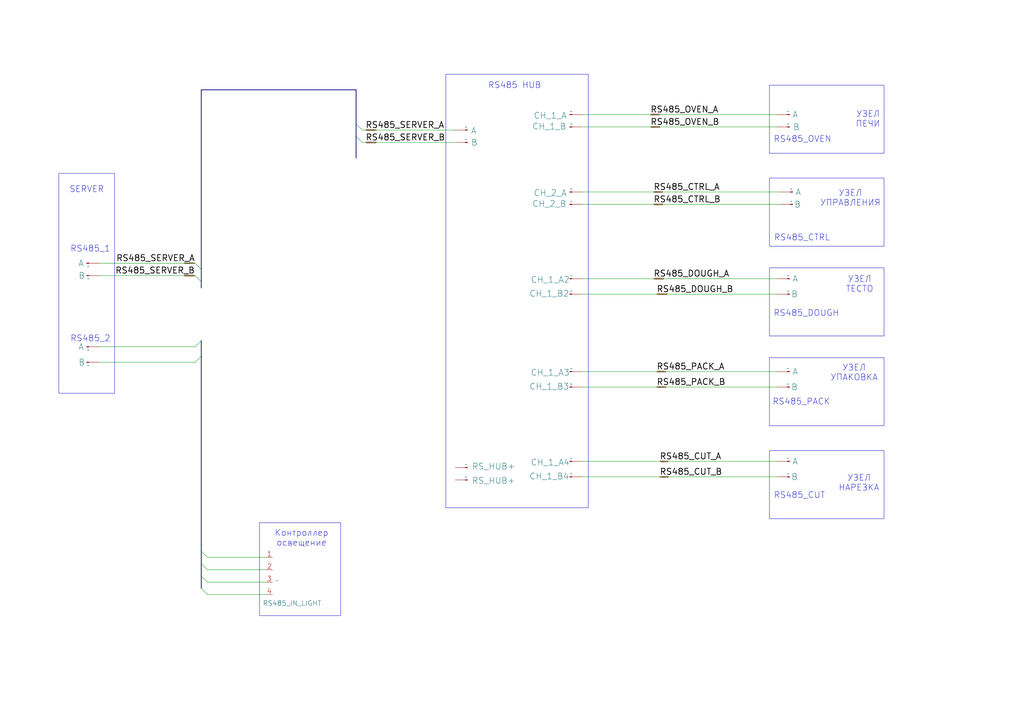
<source format=kicad_sch>
(kicad_sch (version 20231120) (generator "eeschema") (generator_version "8.0")
  (paper "A3")
  (lib_symbols
    (symbol "Connector:Conn_01x01_Pin_(WIDE)" (pin_numbers hide) (pin_names (offset 1.016) hide)
      (property "Reference" "J" (at 0.254 6.604 0))
      (property "Value" "Conn_01x01_Pin_(WIDE)" (at 0 -2.54 0))
      (symbol "Conn_01x01_Pin_(WIDE)_1_1"
        (polyline (pts (xy 1.27 0) (xy 0.8636 0)) (stroke (width 0.1524)))
        (rectangle (start 0.8636 0.127) (end 0 -0.127) (stroke (width 0.1524)) (fill (type outline)))
        (pin passive line (at 5.08 0 180) (length 3.81) (name "Pin_1") (number "1"))
      )
    )
    (symbol "Connector:Conn_01x04_(wide)"
      (property "Reference" "J" (at 0 0 0))
      (symbol "Conn_01x04_(wide)_1_1"
        (pin input line (at -2.54 -5.08 0) (length 2.54) (name "") (number "1"))
        (pin input line (at -2.54 -10.16 0) (length 2.54) (name "") (number "2"))
        (pin input line (at -2.54 -15.24 0) (length 2.54) (name "") (number "3"))
        (pin input line (at -2.54 -20.32 0) (length 2.54) (name "") (number "4"))
      )
    )
  )
  (bus_entry (at 82.55 146.05) (size -2.54 2.54))
  (bus_entry (at 80.01 113.03) (size 2.54 2.54))
  (bus_entry (at 82.55 236.22) (size 2.54 2.54))
  (bus_entry (at 82.55 241.3) (size 2.54 2.54))
  (bus_entry (at 82.55 226.06) (size 2.54 2.54))
  (bus_entry (at 82.55 231.14) (size 2.54 2.54))
  (bus_entry (at 146.05 55.88) (size 2.54 2.54))
  (bus_entry (at 146.05 50.8) (size 2.54 2.54))
  (bus_entry (at 82.55 139.7) (size -2.54 2.54))
  (bus_entry (at 80.01 107.95) (size 2.54 2.54))
  (bus (pts (xy 146.05 50.8) (xy 146.05 55.88)))
  (wire (pts (xy 40.64 142.24) (xy 80.01 142.24)))
  (wire (pts (xy 238.76 52.07) (xy 318.77 52.07)))
  (bus (pts (xy 82.55 146.05) (xy 82.55 226.06)))
  (wire (pts (xy 40.64 113.03) (xy 80.01 113.03)))
  (bus (pts (xy 82.55 226.06) (xy 82.55 231.14)))
  (bus (pts (xy 82.55 36.83) (xy 146.05 36.83)))
  (wire (pts (xy 85.09 233.68) (xy 109.22 233.68)))
  (bus (pts (xy 82.55 118.11) (xy 82.55 115.57)))
  (bus (pts (xy 82.55 139.7) (xy 82.55 146.05)))
  (wire (pts (xy 238.76 78.74) (xy 320.04 78.74)))
  (wire (pts (xy 238.76 120.65) (xy 318.77 120.65)))
  (wire (pts (xy 148.59 53.34) (xy 186.69 53.34)))
  (bus (pts (xy 82.55 115.57) (xy 82.55 110.49)))
  (bus (pts (xy 82.55 231.14) (xy 82.55 236.22)))
  (wire (pts (xy 238.76 114.3) (xy 318.77 114.3)))
  (wire (pts (xy 238.76 195.58) (xy 318.77 195.58)))
  (wire (pts (xy 238.76 152.4) (xy 318.77 152.4)))
  (wire (pts (xy 40.64 148.59) (xy 80.01 148.59)))
  (wire (pts (xy 238.76 158.75) (xy 318.77 158.75)))
  (bus (pts (xy 146.05 55.88) (xy 146.05 64.77)))
  (wire (pts (xy 238.76 46.99) (xy 318.77 46.99)))
  (wire (pts (xy 40.64 107.95) (xy 80.01 107.95)))
  (wire (pts (xy 85.09 228.6) (xy 109.22 228.6)))
  (bus (pts (xy 146.05 36.83) (xy 146.05 50.8)))
  (wire (pts (xy 85.09 243.84) (xy 109.22 243.84)))
  (bus (pts (xy 82.55 110.49) (xy 82.55 36.83)))
  (wire (pts (xy 85.09 238.76) (xy 109.22 238.76)))
  (wire (pts (xy 238.76 189.23) (xy 318.77 189.23)))
  (wire (pts (xy 148.59 58.42) (xy 186.69 58.42)))
  (wire (pts (xy 238.76 83.82) (xy 320.04 83.82)))
  (bus (pts (xy 82.55 236.22) (xy 82.55 241.3)))
  (rectangle (start 362.585 146.685) (end 315.595 174.625))
  (rectangle (start 362.585 73.025) (end 315.595 100.965))
  (rectangle (start 24.13 71.12) (end 46.99 161.29))
  (rectangle (start 362.585 34.925) (end 315.595 62.865))
  (rectangle (start 182.88 30.48) (end 241.3 208.28))
  (rectangle (start 106.426 214.376) (end 139.7 252.476))
  (rectangle (start 362.585 109.855) (end 315.595 137.795))
  (rectangle (start 362.585 184.785) (end 315.595 212.725))
  (text "УЗЕЛ\nУПАКОВКА" (at 350.266 152.908 0) (effects (font (size 2.5 2.5))))
  (text "RS485_OVEN" (at 329.184 57.15 0) (effects (font (size 2.5 2.5))))
  (text "RS485_DOUGH" (at 330.708 128.524 0) (effects (font (size 2.5 2.5))))
  (text "RS485_2" (at 37.084 138.938 0) (effects (font (size 2.5 2.5))))
  (text "RS485_CTRL" (at 328.93 97.536 0) (effects (font (size 2.5 2.5))))
  (text "RS485 HUB" (at 211.074 35.052 0) (effects (font (size 2.5 2.5))))
  (text "RS485_CUT" (at 327.914 203.2 0) (effects (font (size 2.5 2.5))))
  (text "RS485_1" (at 37.084 102.108 0) (effects (font (size 2.5 2.5))))
  (text "УЗЕЛ\nТЕСТО" (at 352.552 116.586 0) (effects (font (size 2.5 2.5))))
  (text "SERVER" (at 35.56 77.724 0) (effects (font (size 2.5 2.5))))
  (text "УЗЕЛ\nНАРЕЗКА" (at 352.298 198.12 0) (effects (font (size 2.5 2.5))))
  (text "УЗЕЛ\nУПРАВЛЕНИЯ" (at 348.742 81.28 0) (effects (font (size 2.5 2.5))))
  (text "Контроллер\nосвещение" (at 123.698 220.726 0) (effects (font (size 2.5 2.5))))
  (text "RS485_PACK" (at 328.676 164.846 0) (effects (font (size 2.5 2.5))))
  (text "УЗЕЛ\nПЕЧИ" (at 355.981 48.895 0) (effects (font (size 2.5 2.5))))
  (label "RS485_PACK_A" (at 269.24 152.4 0) (effects (font (size 2.5 2.5) (thickness 0.3125))))
  (label "RS485_SERVER_B" (at 80.01 113.03 180) (effects (font (size 2.5 2.5) (thickness 0.3125))))
  (label "RS485_CTRL_B" (at 267.97 83.82 0) (effects (font (size 2.5 2.5) (thickness 0.3125))))
  (label "RS485_DOUGH_B" (at 269.24 120.65 0) (effects (font (size 2.5 2.5) (thickness 0.3125))))
  (label "RS485_DOUGH_A" (at 267.97 114.3 0) (effects (font (size 2.5 2.5) (thickness 0.3125))))
  (label "RS485_CTRL_A" (at 267.97 78.74 0) (effects (font (size 2.5 2.5) (thickness 0.3125))))
  (label "RS485_SERVER_B" (at 149.86 58.42 0) (effects (font (size 2.5 2.5) (thickness 0.3125))))
  (label "RS485_OVEN_A" (at 266.7 46.99 0) (effects (font (size 2.5 2.5) (thickness 0.3125))))
  (label "RS485_SERVER_A" (at 80.01 107.95 180) (effects (font (size 2.5 2.5) (thickness 0.3125))))
  (label "RS485_CUT_A" (at 270.51 189.23 0) (effects (font (size 2.5 2.5) (thickness 0.3125))))
  (label "RS485_PACK_B" (at 269.24 158.75 0) (effects (font (size 2.5 2.5) (thickness 0.3125))))
  (label "RS485_SERVER_A" (at 149.86 53.34 0) (effects (font (size 2.5 2.5) (thickness 0.3125))))
  (label "RS485_OVEN_B" (at 266.7 52.07 0) (effects (font (size 2.5 2.5) (thickness 0.3125))))
  (label "RS485_CUT_B" (at 270.51 195.58 0) (effects (font (size 2.5 2.5) (thickness 0.3125))))
  (global_label "RS485_SERVER_A" (shape input) (at 80.01 107.95 180) (effects (font (size 0.3 0.3))) (property "Intersheetrefs" "${INTERSHEET_REFS}" (effects (hide yes))))
  (global_label "RS485_SERVER_B" (shape input) (at 149.86 58.42 0) (effects (font (size 0.3 0.3))) (property "Intersheetrefs" "${INTERSHEET_REFS}" (effects (hide yes))))
  (global_label "RS485_CUT_B" (shape input) (at 270.51 195.58 0) (effects (font (size 0.3 0.3))) (property "Intersheetrefs" "${INTERSHEET_REFS}" (effects (hide yes))))
  (global_label "RS485_OVEN_A" (shape input) (at 266.7 46.99 0) (effects (font (size 0.3 0.3))) (property "Intersheetrefs" "${INTERSHEET_REFS}" (effects (hide yes))))
  (global_label "RS485_DOUGH_A" (shape input) (at 267.97 114.3 0) (effects (font (size 0.3 0.3))) (property "Intersheetrefs" "${INTERSHEET_REFS}" (effects (hide yes))))
  (global_label "RS485_DOUGH_B" (shape input) (at 269.24 120.65 0) (effects (font (size 0.3 0.3))) (property "Intersheetrefs" "${INTERSHEET_REFS}" (effects (hide yes))))
  (global_label "RS485_CUT_A" (shape input) (at 270.51 189.23 0) (effects (font (size 0.3 0.3))) (property "Intersheetrefs" "${INTERSHEET_REFS}" (effects (hide yes))))
  (global_label "RS485_OVEN_B" (shape input) (at 266.7 52.07 0) (effects (font (size 0.3 0.3))) (property "Intersheetrefs" "${INTERSHEET_REFS}" (effects (hide yes))))
  (global_label "RS485_SERVER_A" (shape input) (at 149.86 53.34 0) (effects (font (size 0.3 0.3))) (property "Intersheetrefs" "${INTERSHEET_REFS}" (effects (hide yes))))
  (global_label "RS485_SERVER_B" (shape input) (at 80.01 113.03 180) (effects (font (size 0.3 0.3))) (property "Intersheetrefs" "${INTERSHEET_REFS}" (effects (hide yes))))
  (global_label "RS485_PACK_A" (shape input) (at 269.24 152.4 0) (effects (font (size 0.3 0.3))) (property "Intersheetrefs" "${INTERSHEET_REFS}" (effects (hide yes))))
  (global_label "RS485_PACK_B" (shape input) (at 269.24 158.75 0) (effects (font (size 0.3 0.3))) (property "Intersheetrefs" "${INTERSHEET_REFS}" (effects (hide yes))))
  (global_label "RS485_CTRL_A" (shape input) (at 267.97 78.74 0) (effects (font (size 0.3 0.3))) (property "Intersheetrefs" "${INTERSHEET_REFS}" (effects (hide yes))))
  (global_label "RS485_CTRL_B" (shape input) (at 267.97 83.82 0) (effects (font (size 0.3 0.3))) (property "Intersheetrefs" "${INTERSHEET_REFS}" (effects (hide yes))))
  (symbol (lib_id "Connector:Conn_01x01_Pin_(WIDE)") (at 233.68 195.58 0) (mirror x) (unit 1)
    (property "Reference" "CH_1_B4" (at 225.298 195.326 0) (effects (font (size 2.5 2.5))))
    (property "Value" "~" (at 234.315 194.31 0))
    (property "Description" "Generic connector, single row, 01x01, script generated" (effects (hide yes)))
  )
  (symbol (lib_id "Connector:Conn_01x01_Pin_(WIDE)") (at 191.77 58.42 180) (unit 1)
    (property "Reference" "B" (at 194.564 58.42 0) (effects (font (size 2.5 2.5))))
    (property "Value" "~" (at 191.135 57.15 0))
    (property "Description" "Generic connector, single row, 01x01, script generated" (effects (hide yes)))
  )
  (symbol (lib_id "Connector:Conn_01x01_Pin_(WIDE)") (at 323.85 189.23 180) (unit 1)
    (property "Reference" "A" (at 326.136 189.23 0) (effects (font (size 2.5 2.5))))
    (property "Value" "~" (at 323.215 187.96 0))
    (property "Description" "Generic connector, single row, 01x01, script generated" (effects (hide yes)))
  )
  (symbol (lib_id "Connector:Conn_01x01_Pin_(WIDE)") (at 323.85 120.65 180) (unit 1)
    (property "Reference" "B" (at 325.882 120.65 0) (effects (font (size 2.5 2.5))))
    (property "Value" "~" (at 323.215 119.38 0))
    (property "Description" "Generic connector, single row, 01x01, script generated" (effects (hide yes)))
  )
  (symbol (lib_id "Connector:Conn_01x01_Pin_(WIDE)") (at 191.77 191.77 180) (unit 1)
    (property "Reference" "RS_HUB+" (at 202.438 191.262 0) (effects (font (size 2.5 2.5))))
    (property "Value" "~" (at 191.135 190.5 0))
    (property "Description" "Generic connector, single row, 01x01, script generated" (effects (hide yes)))
  )
  (symbol (lib_id "Connector:Conn_01x01_Pin_(WIDE)") (at 233.68 83.82 0) (mirror x) (unit 1)
    (property "Reference" "CH_2_B" (at 225.298 83.566 0) (effects (font (size 2.5 2.5))))
    (property "Value" "~" (at 234.315 82.55 0))
    (property "Description" "Generic connector, single row, 01x01, script generated" (effects (hide yes)))
  )
  (symbol (lib_id "Connector:Conn_01x01_Pin_(WIDE)") (at 325.12 83.82 180) (unit 1)
    (property "Reference" "B" (at 327.152 83.82 0) (effects (font (size 2.5 2.5))))
    (property "Value" "~" (at 324.485 82.55 0))
    (property "Description" "Generic connector, single row, 01x01, script generated" (effects (hide yes)))
  )
  (symbol (lib_id "Connector:Conn_01x01_Pin_(WIDE)") (at 233.68 46.99 0) (mirror x) (unit 1)
    (property "Reference" "CH_1_A" (at 225.679 47.371 0) (effects (font (size 2.5 2.5))))
    (property "Value" "~" (at 234.315 45.72 0))
    (property "Description" "Generic connector, single row, 01x01, script generated" (effects (hide yes)))
  )
  (symbol (lib_id "Connector:Conn_01x04_(wide)") (at 111.76 223.52 0) (unit 1)
    (property "Reference" "RS485_IN_LIGHT" (at 107.696 247.396 0) (effects (font (size 2 2)) (justify left)))
    (property "Value" "~" (at 113.03 238.125 0) (effects (justify left)))
  )
  (symbol (lib_id "Connector:Conn_01x01_Pin_(WIDE)") (at 233.68 78.74 0) (mirror x) (unit 1)
    (property "Reference" "CH_2_A" (at 225.679 79.121 0) (effects (font (size 2.5 2.5))))
    (property "Value" "~" (at 234.315 77.47 0))
    (property "Description" "Generic connector, single row, 01x01, script generated" (effects (hide yes)))
  )
  (symbol (lib_id "Connector:Conn_01x01_Pin_(WIDE)") (at 323.85 152.4 180) (unit 1)
    (property "Reference" "A" (at 326.136 152.4 0) (effects (font (size 2.5 2.5))))
    (property "Value" "~" (at 323.215 151.13 0))
    (property "Description" "Generic connector, single row, 01x01, script generated" (effects (hide yes)))
  )
  (symbol (lib_id "Connector:Conn_01x01_Pin_(WIDE)") (at 35.56 148.59 0) (unit 1)
    (property "Reference" "B" (at 33.528 148.59 0) (effects (font (size 2.5 2.5))))
    (property "Value" "~" (at 36.195 149.86 0))
    (property "Description" "Generic connector, single row, 01x01, script generated" (effects (hide yes)))
  )
  (symbol (lib_id "Connector:Conn_01x01_Pin_(WIDE)") (at 233.68 152.4 0) (mirror x) (unit 1)
    (property "Reference" "CH_1_A3" (at 225.679 152.781 0) (effects (font (size 2.5 2.5))))
    (property "Value" "~" (at 234.315 151.13 0))
    (property "Description" "Generic connector, single row, 01x01, script generated" (effects (hide yes)))
  )
  (symbol (lib_id "Connector:Conn_01x01_Pin_(WIDE)") (at 233.68 114.3 0) (mirror x) (unit 1)
    (property "Reference" "CH_1_A2" (at 225.679 114.681 0) (effects (font (size 2.5 2.5))))
    (property "Value" "~" (at 234.315 113.03 0))
    (property "Description" "Generic connector, single row, 01x01, script generated" (effects (hide yes)))
  )
  (symbol (lib_id "Connector:Conn_01x01_Pin_(WIDE)") (at 35.56 113.03 0) (unit 1)
    (property "Reference" "B" (at 33.528 113.03 0) (effects (font (size 2.5 2.5))))
    (property "Value" "~" (at 36.195 114.3 0))
    (property "Description" "Generic connector, single row, 01x01, script generated" (effects (hide yes)))
  )
  (symbol (lib_id "Connector:Conn_01x01_Pin_(WIDE)") (at 191.77 53.34 180) (unit 1)
    (property "Reference" "A" (at 194.31 53.594 0) (effects (font (size 2.5 2.5))))
    (property "Value" "~" (at 191.135 52.07 0))
    (property "Description" "Generic connector, single row, 01x01, script generated" (effects (hide yes)))
  )
  (symbol (lib_id "Connector:Conn_01x01_Pin_(WIDE)") (at 323.85 114.3 180) (unit 1)
    (property "Reference" "A" (at 326.136 114.3 0) (effects (font (size 2.5 2.5))))
    (property "Value" "~" (at 323.215 113.03 0))
    (property "Description" "Generic connector, single row, 01x01, script generated" (effects (hide yes)))
  )
  (symbol (lib_id "Connector:Conn_01x01_Pin_(WIDE)") (at 233.68 120.65 0) (mirror x) (unit 1)
    (property "Reference" "CH_1_B2" (at 225.298 120.396 0) (effects (font (size 2.5 2.5))))
    (property "Value" "~" (at 234.315 119.38 0))
    (property "Description" "Generic connector, single row, 01x01, script generated" (effects (hide yes)))
  )
  (symbol (lib_id "Connector:Conn_01x01_Pin_(WIDE)") (at 191.77 196.85 180) (unit 1)
    (property "Reference" "RS_HUB+" (at 202.438 197.104 0) (effects (font (size 2.5 2.5))))
    (property "Value" "~" (at 191.135 195.58 0))
    (property "Description" "Generic connector, single row, 01x01, script generated" (effects (hide yes)))
  )
  (symbol (lib_id "Connector:Conn_01x01_Pin_(WIDE)") (at 35.56 107.95 0) (unit 1)
    (property "Reference" "A" (at 33.274 107.95 0) (effects (font (size 2.5 2.5))))
    (property "Value" "~" (at 36.195 109.22 0))
    (property "Description" "Generic connector, single row, 01x01, script generated" (effects (hide yes)))
  )
  (symbol (lib_id "Connector:Conn_01x01_Pin_(WIDE)") (at 35.56 142.24 0) (unit 1)
    (property "Reference" "A" (at 33.274 142.24 0) (effects (font (size 2.5 2.5))))
    (property "Value" "~" (at 36.195 143.51 0))
    (property "Description" "Generic connector, single row, 01x01, script generated" (effects (hide yes)))
  )
  (symbol (lib_id "Connector:Conn_01x01_Pin_(WIDE)") (at 233.68 189.23 0) (mirror x) (unit 1)
    (property "Reference" "CH_1_A4" (at 225.679 189.611 0) (effects (font (size 2.5 2.5))))
    (property "Value" "~" (at 234.315 187.96 0))
    (property "Description" "Generic connector, single row, 01x01, script generated" (effects (hide yes)))
  )
  (symbol (lib_id "Connector:Conn_01x01_Pin_(WIDE)") (at 323.85 195.58 180) (unit 1)
    (property "Reference" "B" (at 325.882 195.58 0) (effects (font (size 2.5 2.5))))
    (property "Value" "~" (at 323.215 194.31 0))
    (property "Description" "Generic connector, single row, 01x01, script generated" (effects (hide yes)))
  )
  (symbol (lib_id "Connector:Conn_01x01_Pin_(WIDE)") (at 323.85 158.75 180) (unit 1)
    (property "Reference" "B" (at 325.882 158.75 0) (effects (font (size 2.5 2.5))))
    (property "Value" "~" (at 323.215 157.48 0))
    (property "Description" "Generic connector, single row, 01x01, script generated" (effects (hide yes)))
  )
  (symbol (lib_id "Connector:Conn_01x01_Pin_(WIDE)") (at 233.68 158.75 0) (mirror x) (unit 1)
    (property "Reference" "CH_1_B3" (at 225.298 158.496 0) (effects (font (size 2.5 2.5))))
    (property "Value" "~" (at 234.315 157.48 0))
    (property "Description" "Generic connector, single row, 01x01, script generated" (effects (hide yes)))
  )
  (symbol (lib_id "Connector:Conn_01x01_Pin_(WIDE)") (at 233.68 52.07 0) (mirror x) (unit 1)
    (property "Reference" "CH_1_B" (at 225.298 51.816 0) (effects (font (size 2.5 2.5))))
    (property "Value" "~" (at 234.315 50.8 0))
    (property "Description" "Generic connector, single row, 01x01, script generated" (effects (hide yes)))
  )
  (symbol (lib_id "Connector:Conn_01x01_Pin_(WIDE)") (at 323.85 46.99 180) (unit 1)
    (property "Reference" "A" (at 326.136 46.99 0) (effects (font (size 2.5 2.5))))
    (property "Value" "~" (at 323.215 45.72 0))
    (property "Description" "Generic connector, single row, 01x01, script generated" (effects (hide yes)))
  )
  (symbol (lib_id "Connector:Conn_01x01_Pin_(WIDE)") (at 325.12 78.74 180) (unit 1)
    (property "Reference" "A" (at 327.406 78.74 0) (effects (font (size 2.5 2.5))))
    (property "Value" "~" (at 324.485 77.47 0))
    (property "Description" "Generic connector, single row, 01x01, script generated" (effects (hide yes)))
  )
  (symbol (lib_id "Connector:Conn_01x01_Pin_(WIDE)") (at 323.85 52.07 180) (unit 1)
    (property "Reference" "B" (at 326.644 52.07 0) (effects (font (size 2.5 2.5))))
    (property "Value" "~" (at 323.215 50.8 0))
    (property "Description" "Generic connector, single row, 01x01, script generated" (effects (hide yes)))
  )
)
</source>
